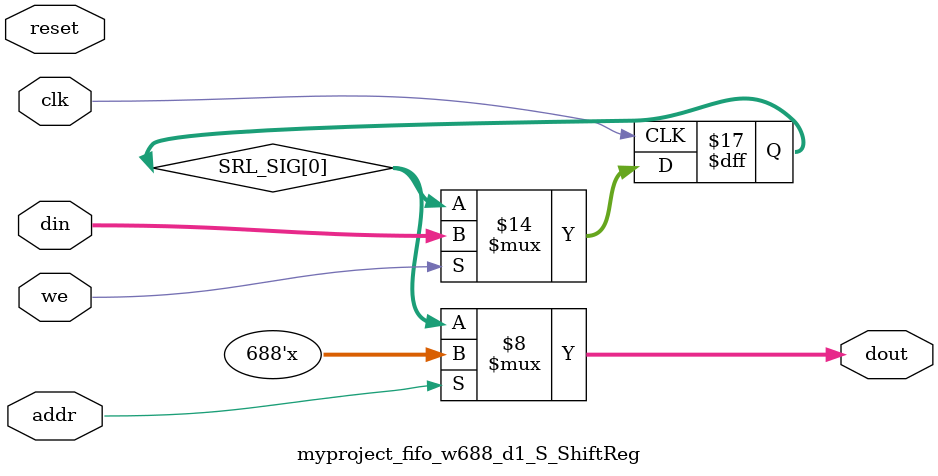
<source format=v>

`timescale 1 ns / 1 ps


module myproject_fifo_w688_d1_S
#(parameter
    MEM_STYLE   = "shiftReg",
    DATA_WIDTH  = 688,
    ADDR_WIDTH  = 1,
    DEPTH       = 1)
(
    // system signal
    input  wire                  clk,
    input  wire                  reset,

    // write
    output wire                  if_full_n,
    input  wire                  if_write_ce,
    input  wire                  if_write,
    input  wire [DATA_WIDTH-1:0] if_din,
    
    // read 
    output wire [ADDR_WIDTH:0]   if_num_data_valid, // for FRP
    output wire [ADDR_WIDTH:0]   if_fifo_cap,       // for FRP
    output wire                  if_empty_n,
    input  wire                  if_read_ce,
    input  wire                  if_read,
    output wire [DATA_WIDTH-1:0] if_dout
);
//------------------------Parameter----------------------

//------------------------Local signal-------------------
    wire [ADDR_WIDTH-1:0]     addr;
    wire                      push;
    wire                      pop;
    reg signed [ADDR_WIDTH:0] mOutPtr;
    reg                       empty_n = 1'b0;
    reg                       full_n  = 1'b1;
    // with almost full?  no 
    // has output register?  no 
//------------------------Instantiation------------------
    myproject_fifo_w688_d1_S_ShiftReg 
    #(  .DATA_WIDTH (DATA_WIDTH),
        .ADDR_WIDTH (ADDR_WIDTH),
        .DEPTH      (DEPTH))
    U_myproject_fifo_w688_d1_S_ShiftReg (
        .clk        (clk),
        .reset      (reset),
        .we         (push),
        .addr       (addr),
        .din        (if_din),
        .dout       (if_dout)
    );
//------------------------Task and function--------------

//------------------------Body---------------------------
    // has num_data_valid ? 
    assign if_num_data_valid = mOutPtr + 1'b1; // yes
    assign if_fifo_cap = DEPTH; // yes  

    // has almost full ? 
    assign if_full_n  = full_n; //no 
    assign push       = full_n & if_write_ce & if_write;

    // has output register? 
    assign if_empty_n = empty_n;  // no
    assign pop        = empty_n & if_read_ce & if_read; // no 

    assign addr       = mOutPtr[ADDR_WIDTH] == 1'b0 ? mOutPtr[ADDR_WIDTH-1:0] : {ADDR_WIDTH{1'b0}};

    // mOutPtr
    always @(posedge clk) begin
        if (reset == 1'b1)
            mOutPtr <= {ADDR_WIDTH+1{1'b1}};
        else if (push & ~pop)
            mOutPtr <= mOutPtr + 1'b1;
        else if (~push & pop)
            mOutPtr <= mOutPtr - 1'b1;
    end

    // full_n
    always @(posedge clk) begin
        if (reset == 1'b1)
            full_n <= 1'b1;
        else if (push & ~pop) begin
            if (mOutPtr == DEPTH - 2)
                full_n <= 1'b0;
        end
        else if (~push & pop)
            full_n <= 1'b1;
    end

    // almost_full_n 

    // empty_n
    always @(posedge clk) begin
        if (reset == 1'b1)
            empty_n <= 1'b0;
        else if (push & ~pop)
            empty_n <= 1'b1;
        else if (~push & pop) begin
            if (mOutPtr == 0)
                empty_n <= 1'b0;
        end
    end
 
    // num_data_valid 

    // dout_vld 

endmodule  


module myproject_fifo_w688_d1_S_ShiftReg
#(parameter
    DATA_WIDTH  = 688,
    ADDR_WIDTH  = 1,
    DEPTH       = 1)
(
    input  wire                  clk,
    input  wire                  reset,
    input  wire                  we,
    input  wire [ADDR_WIDTH-1:0] addr,
    input  wire [DATA_WIDTH-1:0] din,
    //output register? 
    output wire [DATA_WIDTH-1:0] dout // no 
);

    reg [DATA_WIDTH-1:0] SRL_SIG [0:DEPTH-1];
    integer i;

    always @ (posedge clk) begin
        if (we) begin
            for (i=0; i<DEPTH-1; i=i+1)
                SRL_SIG[i+1] <= SRL_SIG[i];
            SRL_SIG[0] <= din;
        end
    end

    //read from SRL, output register? 
    assign dout = SRL_SIG[addr];// no 

endmodule

</source>
